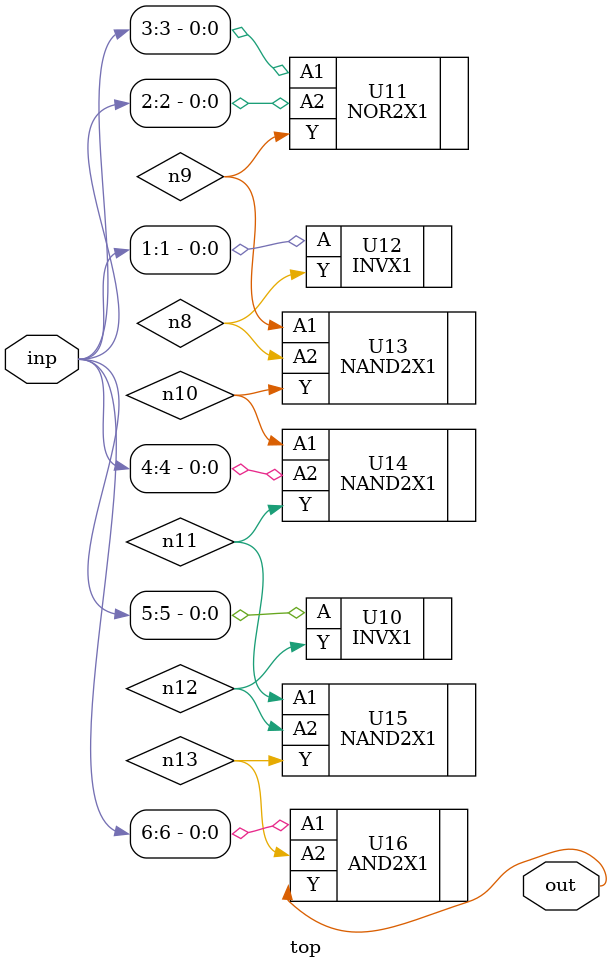
<source format=sv>


module top ( inp, out );
  input [6:0] inp;
  output out;
  wire   n8, n9, n10, n11, n12, n13;

  INVX1 U10 ( .A(inp[5]), .Y(n12) );
  NOR2X1 U11 ( .A1(inp[3]), .A2(inp[2]), .Y(n9) );
  INVX1 U12 ( .A(inp[1]), .Y(n8) );
  NAND2X1 U13 ( .A1(n9), .A2(n8), .Y(n10) );
  NAND2X1 U14 ( .A1(n10), .A2(inp[4]), .Y(n11) );
  NAND2X1 U15 ( .A1(n11), .A2(n12), .Y(n13) );
  AND2X1 U16 ( .A1(inp[6]), .A2(n13), .Y(out) );
endmodule


</source>
